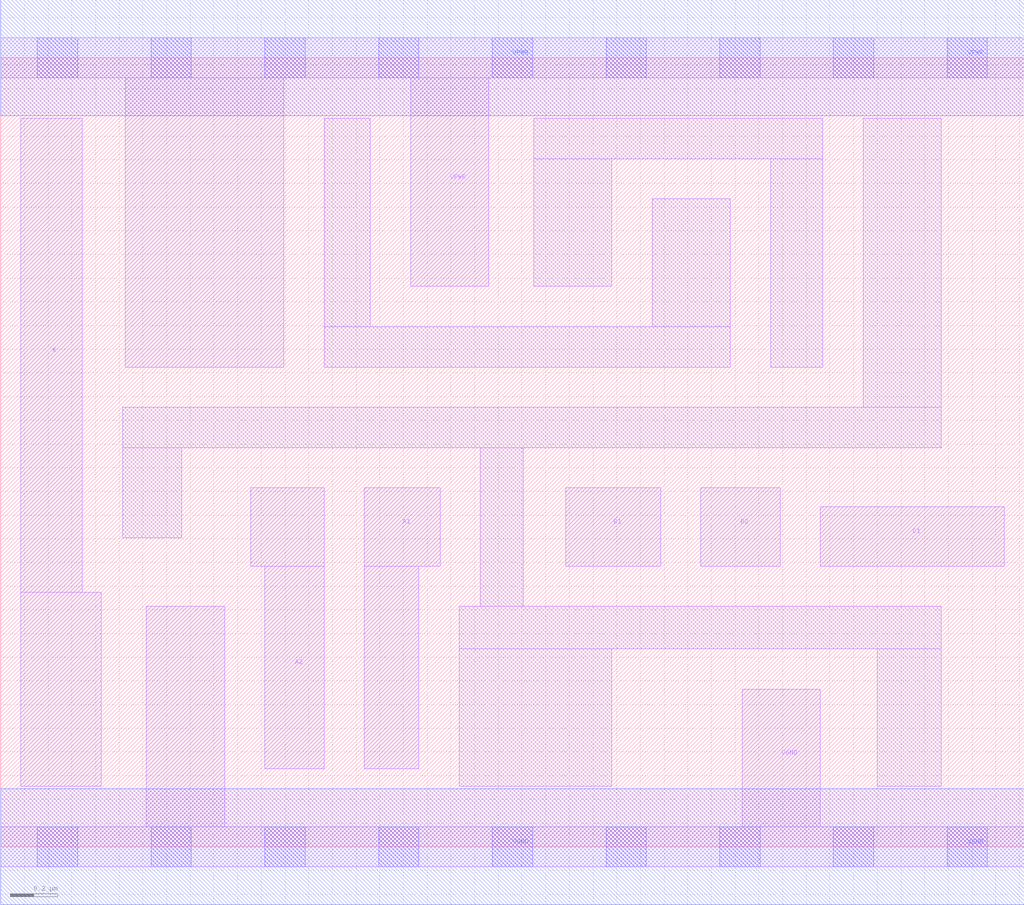
<source format=lef>
# Copyright 2020 The SkyWater PDK Authors
#
# Licensed under the Apache License, Version 2.0 (the "License");
# you may not use this file except in compliance with the License.
# You may obtain a copy of the License at
#
#     https://www.apache.org/licenses/LICENSE-2.0
#
# Unless required by applicable law or agreed to in writing, software
# distributed under the License is distributed on an "AS IS" BASIS,
# WITHOUT WARRANTIES OR CONDITIONS OF ANY KIND, either express or implied.
# See the License for the specific language governing permissions and
# limitations under the License.
#
# SPDX-License-Identifier: Apache-2.0

VERSION 5.7 ;
  NAMESCASESENSITIVE ON ;
  NOWIREEXTENSIONATPIN ON ;
  DIVIDERCHAR "/" ;
  BUSBITCHARS "[]" ;
UNITS
  DATABASE MICRONS 200 ;
END UNITS
MACRO sky130_fd_sc_lp__a221o_1
  CLASS CORE ;
  SOURCE USER ;
  FOREIGN sky130_fd_sc_lp__a221o_1 ;
  ORIGIN  0.000000  0.000000 ;
  SIZE  4.320000 BY  3.330000 ;
  SYMMETRY X Y R90 ;
  SITE unit ;
  PIN A1
    ANTENNAGATEAREA  0.315000 ;
    DIRECTION INPUT ;
    USE SIGNAL ;
    PORT
      LAYER li1 ;
        RECT 1.535000 0.330000 1.765000 1.185000 ;
        RECT 1.535000 1.185000 1.855000 1.515000 ;
    END
  END A1
  PIN A2
    ANTENNAGATEAREA  0.315000 ;
    DIRECTION INPUT ;
    USE SIGNAL ;
    PORT
      LAYER li1 ;
        RECT 1.055000 1.185000 1.365000 1.515000 ;
        RECT 1.115000 0.330000 1.365000 1.185000 ;
    END
  END A2
  PIN B1
    ANTENNAGATEAREA  0.315000 ;
    DIRECTION INPUT ;
    USE SIGNAL ;
    PORT
      LAYER li1 ;
        RECT 2.385000 1.185000 2.785000 1.515000 ;
    END
  END B1
  PIN B2
    ANTENNAGATEAREA  0.315000 ;
    DIRECTION INPUT ;
    USE SIGNAL ;
    PORT
      LAYER li1 ;
        RECT 2.955000 1.185000 3.290000 1.515000 ;
    END
  END B2
  PIN C1
    ANTENNAGATEAREA  0.315000 ;
    DIRECTION INPUT ;
    USE SIGNAL ;
    PORT
      LAYER li1 ;
        RECT 3.460000 1.185000 4.235000 1.435000 ;
    END
  END C1
  PIN X
    ANTENNADIFFAREA  0.556500 ;
    DIRECTION OUTPUT ;
    USE SIGNAL ;
    PORT
      LAYER li1 ;
        RECT 0.085000 0.255000 0.425000 1.075000 ;
        RECT 0.085000 1.075000 0.345000 3.075000 ;
    END
  END X
  PIN VGND
    DIRECTION INOUT ;
    USE GROUND ;
    PORT
      LAYER li1 ;
        RECT 0.000000 -0.085000 4.320000 0.085000 ;
        RECT 0.615000  0.085000 0.945000 1.015000 ;
        RECT 3.130000  0.085000 3.460000 0.665000 ;
      LAYER mcon ;
        RECT 0.155000 -0.085000 0.325000 0.085000 ;
        RECT 0.635000 -0.085000 0.805000 0.085000 ;
        RECT 1.115000 -0.085000 1.285000 0.085000 ;
        RECT 1.595000 -0.085000 1.765000 0.085000 ;
        RECT 2.075000 -0.085000 2.245000 0.085000 ;
        RECT 2.555000 -0.085000 2.725000 0.085000 ;
        RECT 3.035000 -0.085000 3.205000 0.085000 ;
        RECT 3.515000 -0.085000 3.685000 0.085000 ;
        RECT 3.995000 -0.085000 4.165000 0.085000 ;
      LAYER met1 ;
        RECT 0.000000 -0.245000 4.320000 0.245000 ;
    END
  END VGND
  PIN VPWR
    DIRECTION INOUT ;
    USE POWER ;
    PORT
      LAYER li1 ;
        RECT 0.000000 3.245000 4.320000 3.415000 ;
        RECT 0.525000 2.025000 1.195000 3.245000 ;
        RECT 1.730000 2.365000 2.060000 3.245000 ;
      LAYER mcon ;
        RECT 0.155000 3.245000 0.325000 3.415000 ;
        RECT 0.635000 3.245000 0.805000 3.415000 ;
        RECT 1.115000 3.245000 1.285000 3.415000 ;
        RECT 1.595000 3.245000 1.765000 3.415000 ;
        RECT 2.075000 3.245000 2.245000 3.415000 ;
        RECT 2.555000 3.245000 2.725000 3.415000 ;
        RECT 3.035000 3.245000 3.205000 3.415000 ;
        RECT 3.515000 3.245000 3.685000 3.415000 ;
        RECT 3.995000 3.245000 4.165000 3.415000 ;
      LAYER met1 ;
        RECT 0.000000 3.085000 4.320000 3.575000 ;
    END
  END VPWR
  OBS
    LAYER li1 ;
      RECT 0.515000 1.305000 0.765000 1.685000 ;
      RECT 0.515000 1.685000 3.970000 1.855000 ;
      RECT 1.365000 2.025000 3.080000 2.195000 ;
      RECT 1.365000 2.195000 1.560000 3.075000 ;
      RECT 1.935000 0.255000 2.580000 0.835000 ;
      RECT 1.935000 0.835000 3.970000 1.015000 ;
      RECT 2.025000 1.015000 2.205000 1.685000 ;
      RECT 2.250000 2.365000 2.580000 2.905000 ;
      RECT 2.250000 2.905000 3.470000 3.075000 ;
      RECT 2.750000 2.195000 3.080000 2.735000 ;
      RECT 3.250000 2.025000 3.470000 2.905000 ;
      RECT 3.640000 1.855000 3.970000 3.075000 ;
      RECT 3.700000 0.255000 3.970000 0.835000 ;
  END
END sky130_fd_sc_lp__a221o_1

</source>
